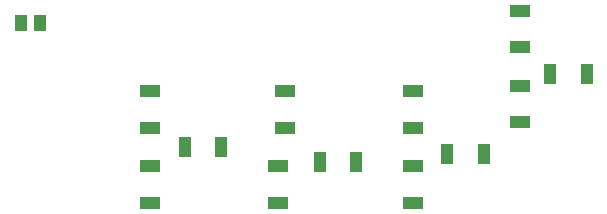
<source format=gbr>
%TF.GenerationSoftware,KiCad,Pcbnew,8.0.0*%
%TF.CreationDate,2024-04-17T17:19:10+02:00*%
%TF.ProjectId,VCU_Bis,5643555f-4269-4732-9e6b-696361645f70,rev?*%
%TF.SameCoordinates,Original*%
%TF.FileFunction,Paste,Top*%
%TF.FilePolarity,Positive*%
%FSLAX46Y46*%
G04 Gerber Fmt 4.6, Leading zero omitted, Abs format (unit mm)*
G04 Created by KiCad (PCBNEW 8.0.0) date 2024-04-17 17:19:10*
%MOMM*%
%LPD*%
G01*
G04 APERTURE LIST*
%ADD10R,1.800000X1.050000*%
%ADD11R,1.070000X1.470000*%
%ADD12R,1.050000X1.800000*%
G04 APERTURE END LIST*
D10*
%TO.C,R8*%
X148590000Y-66955000D03*
X148590000Y-63855000D03*
%TD*%
%TO.C,R6*%
X159385000Y-73305000D03*
X159385000Y-70205000D03*
%TD*%
D11*
%TO.C,C2*%
X139250000Y-58115200D03*
X137610000Y-58115200D03*
%TD*%
D10*
%TO.C,R2*%
X170815000Y-66955000D03*
X170815000Y-63855000D03*
%TD*%
%TO.C,R14*%
X179882800Y-66497200D03*
X179882800Y-63397200D03*
%TD*%
%TO.C,R13*%
X179882800Y-60147200D03*
X179882800Y-57047200D03*
%TD*%
%TO.C,R9*%
X148590000Y-73305000D03*
X148590000Y-70205000D03*
%TD*%
D12*
%TO.C,R10*%
X154585000Y-68580000D03*
X151485000Y-68580000D03*
%TD*%
%TO.C,R7*%
X166015000Y-69850000D03*
X162915000Y-69850000D03*
%TD*%
D10*
%TO.C,R3*%
X170815000Y-73305000D03*
X170815000Y-70205000D03*
%TD*%
D12*
%TO.C,R15*%
X185522800Y-62407200D03*
X182422800Y-62407200D03*
%TD*%
%TO.C,R4*%
X176810000Y-69215000D03*
X173710000Y-69215000D03*
%TD*%
D10*
%TO.C,R5*%
X160020000Y-66955000D03*
X160020000Y-63855000D03*
%TD*%
M02*

</source>
